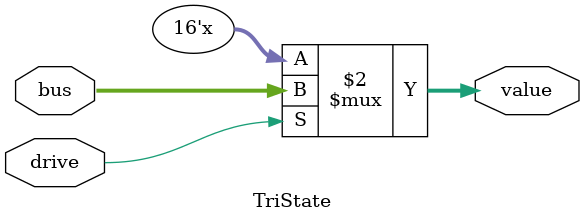
<source format=v>

module TriState(input drive, input [15:0] bus, output [15:0] value);
    assign value = (drive == 1) ? bus : 16'bz;
endmodule

</source>
